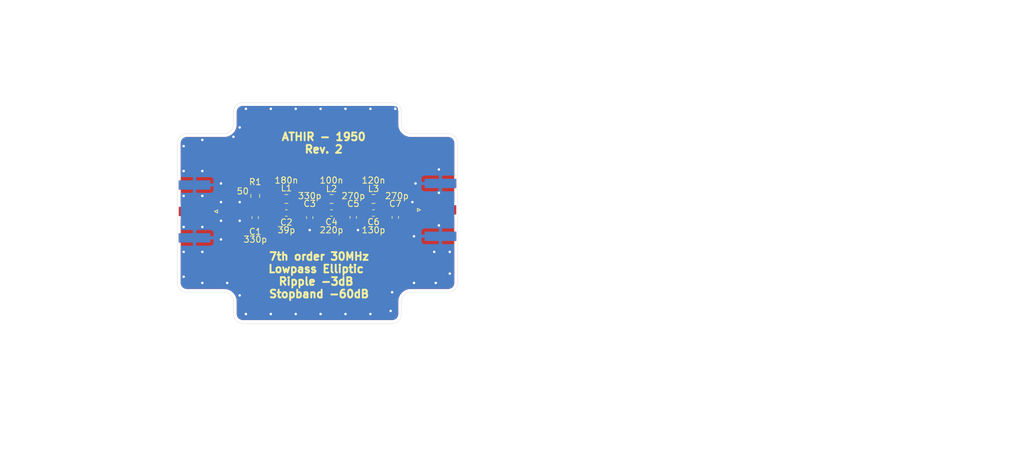
<source format=kicad_pcb>
(kicad_pcb (version 20171130) (host pcbnew "(5.1.4)-1")

  (general
    (thickness 1.6)
    (drawings 26)
    (tracks 80)
    (zones 0)
    (modules 13)
    (nets 6)
  )

  (page A4)
  (layers
    (0 F.Cu signal)
    (31 B.Cu signal)
    (32 B.Adhes user)
    (33 F.Adhes user)
    (34 B.Paste user)
    (35 F.Paste user)
    (36 B.SilkS user)
    (37 F.SilkS user)
    (38 B.Mask user)
    (39 F.Mask user)
    (40 Dwgs.User user)
    (41 Cmts.User user)
    (42 Eco1.User user)
    (43 Eco2.User user)
    (44 Edge.Cuts user)
    (45 Margin user)
    (46 B.CrtYd user)
    (47 F.CrtYd user)
    (48 B.Fab user)
    (49 F.Fab user)
  )

  (setup
    (last_trace_width 0.25)
    (trace_clearance 0.2)
    (zone_clearance 0.508)
    (zone_45_only no)
    (trace_min 0.2)
    (via_size 0.8)
    (via_drill 0.4)
    (via_min_size 0.4)
    (via_min_drill 0.3)
    (uvia_size 0.3)
    (uvia_drill 0.1)
    (uvias_allowed no)
    (uvia_min_size 0.2)
    (uvia_min_drill 0.1)
    (edge_width 0.05)
    (segment_width 0.2)
    (pcb_text_width 0.3)
    (pcb_text_size 1.5 1.5)
    (mod_edge_width 0.12)
    (mod_text_size 1 1)
    (mod_text_width 0.15)
    (pad_size 1.524 1.524)
    (pad_drill 0.762)
    (pad_to_mask_clearance 0.051)
    (solder_mask_min_width 0.25)
    (aux_axis_origin 116 95)
    (visible_elements 7FFFFFFF)
    (pcbplotparams
      (layerselection 0x010fc_ffffffff)
      (usegerberextensions true)
      (usegerberattributes false)
      (usegerberadvancedattributes false)
      (creategerberjobfile false)
      (excludeedgelayer true)
      (linewidth 0.100000)
      (plotframeref false)
      (viasonmask false)
      (mode 1)
      (useauxorigin false)
      (hpglpennumber 1)
      (hpglpenspeed 20)
      (hpglpendiameter 15.000000)
      (psnegative false)
      (psa4output false)
      (plotreference true)
      (plotvalue true)
      (plotinvisibletext false)
      (padsonsilk false)
      (subtractmaskfromsilk false)
      (outputformat 1)
      (mirror false)
      (drillshape 0)
      (scaleselection 1)
      (outputdirectory "Gerbers - Rev 2 - 1950/"))
  )

  (net 0 "")
  (net 1 GND)
  (net 2 "Net-(C1-Pad1)")
  (net 3 "Net-(C2-Pad1)")
  (net 4 "Net-(C4-Pad1)")
  (net 5 "Net-(C6-Pad1)")

  (net_class Default "This is the default net class."
    (clearance 0.2)
    (trace_width 0.25)
    (via_dia 0.8)
    (via_drill 0.4)
    (uvia_dia 0.3)
    (uvia_drill 0.1)
    (add_net GND)
    (add_net "Net-(C1-Pad1)")
    (add_net "Net-(C2-Pad1)")
    (add_net "Net-(C4-Pad1)")
    (add_net "Net-(C6-Pad1)")
  )

  (module Resistor_SMD:R_0805_2012Metric (layer F.Cu) (tedit 5B36C52B) (tstamp 5DF315FE)
    (at 128.5 110 90)
    (descr "Resistor SMD 0805 (2012 Metric), square (rectangular) end terminal, IPC_7351 nominal, (Body size source: https://docs.google.com/spreadsheets/d/1BsfQQcO9C6DZCsRaXUlFlo91Tg2WpOkGARC1WS5S8t0/edit?usp=sharing), generated with kicad-footprint-generator")
    (tags resistor)
    (path /5DC780B5)
    (attr smd)
    (fp_text reference R1 (at 2.25 0 180) (layer F.SilkS)
      (effects (font (size 1 1) (thickness 0.15)))
    )
    (fp_text value 50 (at 0.75 -2 180) (layer F.SilkS)
      (effects (font (size 1 1) (thickness 0.15)))
    )
    (fp_text user %R (at 0 0 90) (layer F.Fab)
      (effects (font (size 0.5 0.5) (thickness 0.08)))
    )
    (fp_line (start 1.68 0.95) (end -1.68 0.95) (layer F.CrtYd) (width 0.05))
    (fp_line (start 1.68 -0.95) (end 1.68 0.95) (layer F.CrtYd) (width 0.05))
    (fp_line (start -1.68 -0.95) (end 1.68 -0.95) (layer F.CrtYd) (width 0.05))
    (fp_line (start -1.68 0.95) (end -1.68 -0.95) (layer F.CrtYd) (width 0.05))
    (fp_line (start -0.258578 0.71) (end 0.258578 0.71) (layer F.SilkS) (width 0.12))
    (fp_line (start -0.258578 -0.71) (end 0.258578 -0.71) (layer F.SilkS) (width 0.12))
    (fp_line (start 1 0.6) (end -1 0.6) (layer F.Fab) (width 0.1))
    (fp_line (start 1 -0.6) (end 1 0.6) (layer F.Fab) (width 0.1))
    (fp_line (start -1 -0.6) (end 1 -0.6) (layer F.Fab) (width 0.1))
    (fp_line (start -1 0.6) (end -1 -0.6) (layer F.Fab) (width 0.1))
    (pad 2 smd roundrect (at 0.9375 0 90) (size 0.975 1.4) (layers F.Cu F.Paste F.Mask) (roundrect_rratio 0.25)
      (net 1 GND))
    (pad 1 smd roundrect (at -0.9375 0 90) (size 0.975 1.4) (layers F.Cu F.Paste F.Mask) (roundrect_rratio 0.25)
      (net 2 "Net-(C1-Pad1)"))
    (model ${KISYS3DMOD}/Resistor_SMD.3dshapes/R_0805_2012Metric.wrl
      (at (xyz 0 0 0))
      (scale (xyz 1 1 1))
      (rotate (xyz 0 0 0))
    )
  )

  (module Inductor_SMD:L_0805_2012Metric (layer F.Cu) (tedit 5B36C52B) (tstamp 5DF315ED)
    (at 147.5 110.5)
    (descr "Inductor SMD 0805 (2012 Metric), square (rectangular) end terminal, IPC_7351 nominal, (Body size source: https://docs.google.com/spreadsheets/d/1BsfQQcO9C6DZCsRaXUlFlo91Tg2WpOkGARC1WS5S8t0/edit?usp=sharing), generated with kicad-footprint-generator")
    (tags inductor)
    (path /5DC5DD2C)
    (attr smd)
    (fp_text reference L3 (at 0 -1.65) (layer F.SilkS)
      (effects (font (size 1 1) (thickness 0.15)))
    )
    (fp_text value 120n (at 0 -3) (layer F.SilkS)
      (effects (font (size 1 1) (thickness 0.15)))
    )
    (fp_text user %R (at 0 0) (layer F.Fab)
      (effects (font (size 0.5 0.5) (thickness 0.08)))
    )
    (fp_line (start 1.68 0.95) (end -1.68 0.95) (layer F.CrtYd) (width 0.05))
    (fp_line (start 1.68 -0.95) (end 1.68 0.95) (layer F.CrtYd) (width 0.05))
    (fp_line (start -1.68 -0.95) (end 1.68 -0.95) (layer F.CrtYd) (width 0.05))
    (fp_line (start -1.68 0.95) (end -1.68 -0.95) (layer F.CrtYd) (width 0.05))
    (fp_line (start -0.258578 0.71) (end 0.258578 0.71) (layer F.SilkS) (width 0.12))
    (fp_line (start -0.258578 -0.71) (end 0.258578 -0.71) (layer F.SilkS) (width 0.12))
    (fp_line (start 1 0.6) (end -1 0.6) (layer F.Fab) (width 0.1))
    (fp_line (start 1 -0.6) (end 1 0.6) (layer F.Fab) (width 0.1))
    (fp_line (start -1 -0.6) (end 1 -0.6) (layer F.Fab) (width 0.1))
    (fp_line (start -1 0.6) (end -1 -0.6) (layer F.Fab) (width 0.1))
    (pad 2 smd roundrect (at 0.9375 0) (size 0.975 1.4) (layers F.Cu F.Paste F.Mask) (roundrect_rratio 0.25)
      (net 5 "Net-(C6-Pad1)"))
    (pad 1 smd roundrect (at -0.9375 0) (size 0.975 1.4) (layers F.Cu F.Paste F.Mask) (roundrect_rratio 0.25)
      (net 4 "Net-(C4-Pad1)"))
    (model ${KISYS3DMOD}/Inductor_SMD.3dshapes/L_0805_2012Metric.wrl
      (at (xyz 0 0 0))
      (scale (xyz 1 1 1))
      (rotate (xyz 0 0 0))
    )
  )

  (module Inductor_SMD:L_0805_2012Metric (layer F.Cu) (tedit 5B36C52B) (tstamp 5DF315DC)
    (at 140.75 110.5)
    (descr "Inductor SMD 0805 (2012 Metric), square (rectangular) end terminal, IPC_7351 nominal, (Body size source: https://docs.google.com/spreadsheets/d/1BsfQQcO9C6DZCsRaXUlFlo91Tg2WpOkGARC1WS5S8t0/edit?usp=sharing), generated with kicad-footprint-generator")
    (tags inductor)
    (path /5DC5D3D8)
    (attr smd)
    (fp_text reference L2 (at 0 -1.65) (layer F.SilkS)
      (effects (font (size 1 1) (thickness 0.15)))
    )
    (fp_text value 100n (at 0 -3) (layer F.SilkS)
      (effects (font (size 1 1) (thickness 0.15)))
    )
    (fp_text user %R (at 0 0) (layer F.Fab)
      (effects (font (size 0.5 0.5) (thickness 0.08)))
    )
    (fp_line (start 1.68 0.95) (end -1.68 0.95) (layer F.CrtYd) (width 0.05))
    (fp_line (start 1.68 -0.95) (end 1.68 0.95) (layer F.CrtYd) (width 0.05))
    (fp_line (start -1.68 -0.95) (end 1.68 -0.95) (layer F.CrtYd) (width 0.05))
    (fp_line (start -1.68 0.95) (end -1.68 -0.95) (layer F.CrtYd) (width 0.05))
    (fp_line (start -0.258578 0.71) (end 0.258578 0.71) (layer F.SilkS) (width 0.12))
    (fp_line (start -0.258578 -0.71) (end 0.258578 -0.71) (layer F.SilkS) (width 0.12))
    (fp_line (start 1 0.6) (end -1 0.6) (layer F.Fab) (width 0.1))
    (fp_line (start 1 -0.6) (end 1 0.6) (layer F.Fab) (width 0.1))
    (fp_line (start -1 -0.6) (end 1 -0.6) (layer F.Fab) (width 0.1))
    (fp_line (start -1 0.6) (end -1 -0.6) (layer F.Fab) (width 0.1))
    (pad 2 smd roundrect (at 0.9375 0) (size 0.975 1.4) (layers F.Cu F.Paste F.Mask) (roundrect_rratio 0.25)
      (net 4 "Net-(C4-Pad1)"))
    (pad 1 smd roundrect (at -0.9375 0) (size 0.975 1.4) (layers F.Cu F.Paste F.Mask) (roundrect_rratio 0.25)
      (net 3 "Net-(C2-Pad1)"))
    (model ${KISYS3DMOD}/Inductor_SMD.3dshapes/L_0805_2012Metric.wrl
      (at (xyz 0 0 0))
      (scale (xyz 1 1 1))
      (rotate (xyz 0 0 0))
    )
  )

  (module Inductor_SMD:L_0805_2012Metric (layer F.Cu) (tedit 5B36C52B) (tstamp 5DF315CB)
    (at 133.5 110.5)
    (descr "Inductor SMD 0805 (2012 Metric), square (rectangular) end terminal, IPC_7351 nominal, (Body size source: https://docs.google.com/spreadsheets/d/1BsfQQcO9C6DZCsRaXUlFlo91Tg2WpOkGARC1WS5S8t0/edit?usp=sharing), generated with kicad-footprint-generator")
    (tags inductor)
    (path /5DC5CB29)
    (attr smd)
    (fp_text reference L1 (at 0 -1.75 180) (layer F.SilkS)
      (effects (font (size 1 1) (thickness 0.15)))
    )
    (fp_text value 180n (at 0 -3) (layer F.SilkS)
      (effects (font (size 1 1) (thickness 0.15)))
    )
    (fp_text user %R (at 0 0) (layer F.Fab)
      (effects (font (size 0.5 0.5) (thickness 0.08)))
    )
    (fp_line (start 1.68 0.95) (end -1.68 0.95) (layer F.CrtYd) (width 0.05))
    (fp_line (start 1.68 -0.95) (end 1.68 0.95) (layer F.CrtYd) (width 0.05))
    (fp_line (start -1.68 -0.95) (end 1.68 -0.95) (layer F.CrtYd) (width 0.05))
    (fp_line (start -1.68 0.95) (end -1.68 -0.95) (layer F.CrtYd) (width 0.05))
    (fp_line (start -0.258578 0.71) (end 0.258578 0.71) (layer F.SilkS) (width 0.12))
    (fp_line (start -0.258578 -0.71) (end 0.258578 -0.71) (layer F.SilkS) (width 0.12))
    (fp_line (start 1 0.6) (end -1 0.6) (layer F.Fab) (width 0.1))
    (fp_line (start 1 -0.6) (end 1 0.6) (layer F.Fab) (width 0.1))
    (fp_line (start -1 -0.6) (end 1 -0.6) (layer F.Fab) (width 0.1))
    (fp_line (start -1 0.6) (end -1 -0.6) (layer F.Fab) (width 0.1))
    (pad 2 smd roundrect (at 0.9375 0) (size 0.975 1.4) (layers F.Cu F.Paste F.Mask) (roundrect_rratio 0.25)
      (net 3 "Net-(C2-Pad1)"))
    (pad 1 smd roundrect (at -0.9375 0) (size 0.975 1.4) (layers F.Cu F.Paste F.Mask) (roundrect_rratio 0.25)
      (net 2 "Net-(C1-Pad1)"))
    (model ${KISYS3DMOD}/Inductor_SMD.3dshapes/L_0805_2012Metric.wrl
      (at (xyz 0 0 0))
      (scale (xyz 1 1 1))
      (rotate (xyz 0 0 0))
    )
  )

  (module Connector_Coaxial:SMA_Amphenol_132289_EdgeMount (layer F.Cu) (tedit 5A1C1810) (tstamp 5DF315BA)
    (at 158.25 112.25)
    (descr http://www.amphenolrf.com/132289.html)
    (tags SMA)
    (path /5DC71947)
    (attr smd)
    (fp_text reference J2 (at -3.96 -3 90) (layer F.SilkS) hide
      (effects (font (size 1 1) (thickness 0.15)))
    )
    (fp_text value Conn_Coaxial (at 5 6) (layer F.SilkS) hide
      (effects (font (size 1 1) (thickness 0.15)))
    )
    (fp_line (start -1.91 5.08) (end 4.445 5.08) (layer F.Fab) (width 0.1))
    (fp_line (start -1.91 3.81) (end -1.91 5.08) (layer F.Fab) (width 0.1))
    (fp_line (start 2.54 3.81) (end -1.91 3.81) (layer F.Fab) (width 0.1))
    (fp_line (start 2.54 -3.81) (end 2.54 3.81) (layer F.Fab) (width 0.1))
    (fp_line (start -1.91 -3.81) (end 2.54 -3.81) (layer F.Fab) (width 0.1))
    (fp_line (start -1.91 -5.08) (end -1.91 -3.81) (layer F.Fab) (width 0.1))
    (fp_line (start -1.91 -5.08) (end 4.445 -5.08) (layer F.Fab) (width 0.1))
    (fp_line (start 4.445 -3.81) (end 4.445 -5.08) (layer F.Fab) (width 0.1))
    (fp_line (start 4.445 5.08) (end 4.445 3.81) (layer F.Fab) (width 0.1))
    (fp_line (start 13.97 3.81) (end 4.445 3.81) (layer F.Fab) (width 0.1))
    (fp_line (start 13.97 -3.81) (end 13.97 3.81) (layer F.Fab) (width 0.1))
    (fp_line (start 4.445 -3.81) (end 13.97 -3.81) (layer F.Fab) (width 0.1))
    (fp_line (start -3.04 5.58) (end -3.04 -5.58) (layer B.CrtYd) (width 0.05))
    (fp_line (start 14.47 5.58) (end -3.04 5.58) (layer B.CrtYd) (width 0.05))
    (fp_line (start 14.47 -5.58) (end 14.47 5.58) (layer B.CrtYd) (width 0.05))
    (fp_line (start 14.47 -5.58) (end -3.04 -5.58) (layer B.CrtYd) (width 0.05))
    (fp_line (start -3.04 5.58) (end -3.04 -5.58) (layer F.CrtYd) (width 0.05))
    (fp_line (start 14.47 5.58) (end -3.04 5.58) (layer F.CrtYd) (width 0.05))
    (fp_line (start 14.47 -5.58) (end 14.47 5.58) (layer F.CrtYd) (width 0.05))
    (fp_line (start 14.47 -5.58) (end -3.04 -5.58) (layer F.CrtYd) (width 0.05))
    (fp_text user %R (at 4.79 0 270) (layer F.Fab)
      (effects (font (size 1 1) (thickness 0.15)))
    )
    (fp_line (start 2.54 -0.75) (end 3.54 0) (layer F.Fab) (width 0.1))
    (fp_line (start 3.54 0) (end 2.54 0.75) (layer F.Fab) (width 0.1))
    (fp_line (start -3.21 0) (end -3.71 -0.25) (layer F.SilkS) (width 0.12))
    (fp_line (start -3.71 -0.25) (end -3.71 0.25) (layer F.SilkS) (width 0.12))
    (fp_line (start -3.71 0.25) (end -3.21 0) (layer F.SilkS) (width 0.12))
    (pad 1 smd rect (at 0 0 90) (size 1.5 5.08) (layers F.Cu F.Paste F.Mask)
      (net 5 "Net-(C6-Pad1)"))
    (pad 2 smd rect (at 0 -4.25 90) (size 1.5 5.08) (layers F.Cu F.Paste F.Mask)
      (net 1 GND))
    (pad 2 smd rect (at 0 4.25 90) (size 1.5 5.08) (layers F.Cu F.Paste F.Mask)
      (net 1 GND))
    (pad 2 smd rect (at 0 -4.25 90) (size 1.5 5.08) (layers B.Cu B.Paste B.Mask)
      (net 1 GND))
    (pad 2 smd rect (at 0 4.25 90) (size 1.5 5.08) (layers B.Cu B.Paste B.Mask)
      (net 1 GND))
    (model ${KISYS3DMOD}/Connector_Coaxial.3dshapes/SMA_Amphenol_132289_EdgeMount.wrl
      (at (xyz 0 0 0))
      (scale (xyz 1 1 1))
      (rotate (xyz 0 0 0))
    )
    (model C:/Gits/rf-receiver/Hardware/sma4.x3d
      (offset (xyz 3.5 0 0))
      (scale (xyz 1 1 1))
      (rotate (xyz 0 0 0))
    )
  )

  (module Connector_Coaxial:SMA_Amphenol_132289_EdgeMount (layer F.Cu) (tedit 5A1C1810) (tstamp 5DF31597)
    (at 118.75 112.5 180)
    (descr http://www.amphenolrf.com/132289.html)
    (tags SMA)
    (path /5DC74032)
    (attr smd)
    (fp_text reference J1 (at -3.96 -3 90) (layer F.SilkS) hide
      (effects (font (size 1 1) (thickness 0.15)))
    )
    (fp_text value Conn_Coaxial (at 5 6) (layer F.SilkS) hide
      (effects (font (size 1 1) (thickness 0.15)))
    )
    (fp_line (start -1.91 5.08) (end 4.445 5.08) (layer F.Fab) (width 0.1))
    (fp_line (start -1.91 3.81) (end -1.91 5.08) (layer F.Fab) (width 0.1))
    (fp_line (start 2.54 3.81) (end -1.91 3.81) (layer F.Fab) (width 0.1))
    (fp_line (start 2.54 -3.81) (end 2.54 3.81) (layer F.Fab) (width 0.1))
    (fp_line (start -1.91 -3.81) (end 2.54 -3.81) (layer F.Fab) (width 0.1))
    (fp_line (start -1.91 -5.08) (end -1.91 -3.81) (layer F.Fab) (width 0.1))
    (fp_line (start -1.91 -5.08) (end 4.445 -5.08) (layer F.Fab) (width 0.1))
    (fp_line (start 4.445 -3.81) (end 4.445 -5.08) (layer F.Fab) (width 0.1))
    (fp_line (start 4.445 5.08) (end 4.445 3.81) (layer F.Fab) (width 0.1))
    (fp_line (start 13.97 3.81) (end 4.445 3.81) (layer F.Fab) (width 0.1))
    (fp_line (start 13.97 -3.81) (end 13.97 3.81) (layer F.Fab) (width 0.1))
    (fp_line (start 4.445 -3.81) (end 13.97 -3.81) (layer F.Fab) (width 0.1))
    (fp_line (start -3.04 5.58) (end -3.04 -5.58) (layer B.CrtYd) (width 0.05))
    (fp_line (start 14.47 5.58) (end -3.04 5.58) (layer B.CrtYd) (width 0.05))
    (fp_line (start 14.47 -5.58) (end 14.47 5.58) (layer B.CrtYd) (width 0.05))
    (fp_line (start 14.47 -5.58) (end -3.04 -5.58) (layer B.CrtYd) (width 0.05))
    (fp_line (start -3.04 5.58) (end -3.04 -5.58) (layer F.CrtYd) (width 0.05))
    (fp_line (start 14.47 5.58) (end -3.04 5.58) (layer F.CrtYd) (width 0.05))
    (fp_line (start 14.47 -5.58) (end 14.47 5.58) (layer F.CrtYd) (width 0.05))
    (fp_line (start 14.47 -5.58) (end -3.04 -5.58) (layer F.CrtYd) (width 0.05))
    (fp_text user %R (at 4.79 0 270) (layer F.Fab)
      (effects (font (size 1 1) (thickness 0.15)))
    )
    (fp_line (start 2.54 -0.75) (end 3.54 0) (layer F.Fab) (width 0.1))
    (fp_line (start 3.54 0) (end 2.54 0.75) (layer F.Fab) (width 0.1))
    (fp_line (start -3.21 0) (end -3.71 -0.25) (layer F.SilkS) (width 0.12))
    (fp_line (start -3.71 -0.25) (end -3.71 0.25) (layer F.SilkS) (width 0.12))
    (fp_line (start -3.71 0.25) (end -3.21 0) (layer F.SilkS) (width 0.12))
    (pad 1 smd rect (at 0 0 270) (size 1.5 5.08) (layers F.Cu F.Paste F.Mask)
      (net 2 "Net-(C1-Pad1)"))
    (pad 2 smd rect (at 0 -4.25 270) (size 1.5 5.08) (layers F.Cu F.Paste F.Mask)
      (net 1 GND))
    (pad 2 smd rect (at 0 4.25 270) (size 1.5 5.08) (layers F.Cu F.Paste F.Mask)
      (net 1 GND))
    (pad 2 smd rect (at 0 -4.25 270) (size 1.5 5.08) (layers B.Cu B.Paste B.Mask)
      (net 1 GND))
    (pad 2 smd rect (at 0 4.25 270) (size 1.5 5.08) (layers B.Cu B.Paste B.Mask)
      (net 1 GND))
    (model ${KISYS3DMOD}/Connector_Coaxial.3dshapes/SMA_Amphenol_132289_EdgeMount.wrl
      (at (xyz 0 0 0))
      (scale (xyz 1 1 1))
      (rotate (xyz 0 0 0))
    )
    (model C:/Gits/rf-receiver/Hardware/sma4.x3d
      (offset (xyz 3.5 0 0))
      (scale (xyz 1 1 1))
      (rotate (xyz 0 0 0))
    )
  )

  (module Capacitor_SMD:C_0603_1608Metric (layer F.Cu) (tedit 5B301BBE) (tstamp 5DF31E13)
    (at 151 113.4625 270)
    (descr "Capacitor SMD 0603 (1608 Metric), square (rectangular) end terminal, IPC_7351 nominal, (Body size source: http://www.tortai-tech.com/upload/download/2011102023233369053.pdf), generated with kicad-footprint-generator")
    (tags capacitor)
    (path /5DC61695)
    (attr smd)
    (fp_text reference C7 (at -2.2125 0 180) (layer F.SilkS)
      (effects (font (size 1 1) (thickness 0.15)))
    )
    (fp_text value 270p (at -3.4625 -0.25 180) (layer F.SilkS)
      (effects (font (size 1 1) (thickness 0.15)))
    )
    (fp_text user %R (at 0 0 90) (layer F.Fab)
      (effects (font (size 0.4 0.4) (thickness 0.06)))
    )
    (fp_line (start 1.48 0.73) (end -1.48 0.73) (layer F.CrtYd) (width 0.05))
    (fp_line (start 1.48 -0.73) (end 1.48 0.73) (layer F.CrtYd) (width 0.05))
    (fp_line (start -1.48 -0.73) (end 1.48 -0.73) (layer F.CrtYd) (width 0.05))
    (fp_line (start -1.48 0.73) (end -1.48 -0.73) (layer F.CrtYd) (width 0.05))
    (fp_line (start -0.162779 0.51) (end 0.162779 0.51) (layer F.SilkS) (width 0.12))
    (fp_line (start -0.162779 -0.51) (end 0.162779 -0.51) (layer F.SilkS) (width 0.12))
    (fp_line (start 0.8 0.4) (end -0.8 0.4) (layer F.Fab) (width 0.1))
    (fp_line (start 0.8 -0.4) (end 0.8 0.4) (layer F.Fab) (width 0.1))
    (fp_line (start -0.8 -0.4) (end 0.8 -0.4) (layer F.Fab) (width 0.1))
    (fp_line (start -0.8 0.4) (end -0.8 -0.4) (layer F.Fab) (width 0.1))
    (pad 2 smd roundrect (at 0.7875 0 270) (size 0.875 0.95) (layers F.Cu F.Paste F.Mask) (roundrect_rratio 0.25)
      (net 1 GND))
    (pad 1 smd roundrect (at -0.7875 0 270) (size 0.875 0.95) (layers F.Cu F.Paste F.Mask) (roundrect_rratio 0.25)
      (net 5 "Net-(C6-Pad1)"))
    (model ${KISYS3DMOD}/Capacitor_SMD.3dshapes/C_0603_1608Metric.wrl
      (at (xyz 0 0 0))
      (scale (xyz 1 1 1))
      (rotate (xyz 0 0 0))
    )
  )

  (module Capacitor_SMD:C_0603_1608Metric (layer F.Cu) (tedit 5B301BBE) (tstamp 5DF31563)
    (at 147.5 112.75 180)
    (descr "Capacitor SMD 0603 (1608 Metric), square (rectangular) end terminal, IPC_7351 nominal, (Body size source: http://www.tortai-tech.com/upload/download/2011102023233369053.pdf), generated with kicad-footprint-generator")
    (tags capacitor)
    (path /5DC607FE)
    (attr smd)
    (fp_text reference C6 (at 0 -1.43) (layer F.SilkS)
      (effects (font (size 1 1) (thickness 0.15)))
    )
    (fp_text value 130p (at 0 -2.75) (layer F.SilkS)
      (effects (font (size 1 1) (thickness 0.15)))
    )
    (fp_text user %R (at 0 0) (layer F.Fab)
      (effects (font (size 0.4 0.4) (thickness 0.06)))
    )
    (fp_line (start 1.48 0.73) (end -1.48 0.73) (layer F.CrtYd) (width 0.05))
    (fp_line (start 1.48 -0.73) (end 1.48 0.73) (layer F.CrtYd) (width 0.05))
    (fp_line (start -1.48 -0.73) (end 1.48 -0.73) (layer F.CrtYd) (width 0.05))
    (fp_line (start -1.48 0.73) (end -1.48 -0.73) (layer F.CrtYd) (width 0.05))
    (fp_line (start -0.162779 0.51) (end 0.162779 0.51) (layer F.SilkS) (width 0.12))
    (fp_line (start -0.162779 -0.51) (end 0.162779 -0.51) (layer F.SilkS) (width 0.12))
    (fp_line (start 0.8 0.4) (end -0.8 0.4) (layer F.Fab) (width 0.1))
    (fp_line (start 0.8 -0.4) (end 0.8 0.4) (layer F.Fab) (width 0.1))
    (fp_line (start -0.8 -0.4) (end 0.8 -0.4) (layer F.Fab) (width 0.1))
    (fp_line (start -0.8 0.4) (end -0.8 -0.4) (layer F.Fab) (width 0.1))
    (pad 2 smd roundrect (at 0.7875 0 180) (size 0.875 0.95) (layers F.Cu F.Paste F.Mask) (roundrect_rratio 0.25)
      (net 4 "Net-(C4-Pad1)"))
    (pad 1 smd roundrect (at -0.7875 0 180) (size 0.875 0.95) (layers F.Cu F.Paste F.Mask) (roundrect_rratio 0.25)
      (net 5 "Net-(C6-Pad1)"))
    (model ${KISYS3DMOD}/Capacitor_SMD.3dshapes/C_0603_1608Metric.wrl
      (at (xyz 0 0 0))
      (scale (xyz 1 1 1))
      (rotate (xyz 0 0 0))
    )
  )

  (module Capacitor_SMD:C_0603_1608Metric (layer F.Cu) (tedit 5B301BBE) (tstamp 5DF31552)
    (at 144.25 113.4625 270)
    (descr "Capacitor SMD 0603 (1608 Metric), square (rectangular) end terminal, IPC_7351 nominal, (Body size source: http://www.tortai-tech.com/upload/download/2011102023233369053.pdf), generated with kicad-footprint-generator")
    (tags capacitor)
    (path /5DC61096)
    (attr smd)
    (fp_text reference C5 (at -2.2125 0 180) (layer F.SilkS)
      (effects (font (size 1 1) (thickness 0.15)))
    )
    (fp_text value 270p (at -3.4625 0 180) (layer F.SilkS)
      (effects (font (size 1 1) (thickness 0.15)))
    )
    (fp_text user %R (at 0 0 90) (layer F.Fab)
      (effects (font (size 0.4 0.4) (thickness 0.06)))
    )
    (fp_line (start 1.48 0.73) (end -1.48 0.73) (layer F.CrtYd) (width 0.05))
    (fp_line (start 1.48 -0.73) (end 1.48 0.73) (layer F.CrtYd) (width 0.05))
    (fp_line (start -1.48 -0.73) (end 1.48 -0.73) (layer F.CrtYd) (width 0.05))
    (fp_line (start -1.48 0.73) (end -1.48 -0.73) (layer F.CrtYd) (width 0.05))
    (fp_line (start -0.162779 0.51) (end 0.162779 0.51) (layer F.SilkS) (width 0.12))
    (fp_line (start -0.162779 -0.51) (end 0.162779 -0.51) (layer F.SilkS) (width 0.12))
    (fp_line (start 0.8 0.4) (end -0.8 0.4) (layer F.Fab) (width 0.1))
    (fp_line (start 0.8 -0.4) (end 0.8 0.4) (layer F.Fab) (width 0.1))
    (fp_line (start -0.8 -0.4) (end 0.8 -0.4) (layer F.Fab) (width 0.1))
    (fp_line (start -0.8 0.4) (end -0.8 -0.4) (layer F.Fab) (width 0.1))
    (pad 2 smd roundrect (at 0.7875 0 270) (size 0.875 0.95) (layers F.Cu F.Paste F.Mask) (roundrect_rratio 0.25)
      (net 1 GND))
    (pad 1 smd roundrect (at -0.7875 0 270) (size 0.875 0.95) (layers F.Cu F.Paste F.Mask) (roundrect_rratio 0.25)
      (net 4 "Net-(C4-Pad1)"))
    (model ${KISYS3DMOD}/Capacitor_SMD.3dshapes/C_0603_1608Metric.wrl
      (at (xyz 0 0 0))
      (scale (xyz 1 1 1))
      (rotate (xyz 0 0 0))
    )
  )

  (module Capacitor_SMD:C_0603_1608Metric (layer F.Cu) (tedit 5B301BBE) (tstamp 5DF31541)
    (at 140.75 112.75 180)
    (descr "Capacitor SMD 0603 (1608 Metric), square (rectangular) end terminal, IPC_7351 nominal, (Body size source: http://www.tortai-tech.com/upload/download/2011102023233369053.pdf), generated with kicad-footprint-generator")
    (tags capacitor)
    (path /5DC600B4)
    (attr smd)
    (fp_text reference C4 (at 0 -1.43) (layer F.SilkS)
      (effects (font (size 1 1) (thickness 0.15)))
    )
    (fp_text value 220p (at 0 -2.75) (layer F.SilkS)
      (effects (font (size 1 1) (thickness 0.15)))
    )
    (fp_text user %R (at 0 0) (layer F.Fab)
      (effects (font (size 0.4 0.4) (thickness 0.06)))
    )
    (fp_line (start 1.48 0.73) (end -1.48 0.73) (layer F.CrtYd) (width 0.05))
    (fp_line (start 1.48 -0.73) (end 1.48 0.73) (layer F.CrtYd) (width 0.05))
    (fp_line (start -1.48 -0.73) (end 1.48 -0.73) (layer F.CrtYd) (width 0.05))
    (fp_line (start -1.48 0.73) (end -1.48 -0.73) (layer F.CrtYd) (width 0.05))
    (fp_line (start -0.162779 0.51) (end 0.162779 0.51) (layer F.SilkS) (width 0.12))
    (fp_line (start -0.162779 -0.51) (end 0.162779 -0.51) (layer F.SilkS) (width 0.12))
    (fp_line (start 0.8 0.4) (end -0.8 0.4) (layer F.Fab) (width 0.1))
    (fp_line (start 0.8 -0.4) (end 0.8 0.4) (layer F.Fab) (width 0.1))
    (fp_line (start -0.8 -0.4) (end 0.8 -0.4) (layer F.Fab) (width 0.1))
    (fp_line (start -0.8 0.4) (end -0.8 -0.4) (layer F.Fab) (width 0.1))
    (pad 2 smd roundrect (at 0.7875 0 180) (size 0.875 0.95) (layers F.Cu F.Paste F.Mask) (roundrect_rratio 0.25)
      (net 3 "Net-(C2-Pad1)"))
    (pad 1 smd roundrect (at -0.7875 0 180) (size 0.875 0.95) (layers F.Cu F.Paste F.Mask) (roundrect_rratio 0.25)
      (net 4 "Net-(C4-Pad1)"))
    (model ${KISYS3DMOD}/Capacitor_SMD.3dshapes/C_0603_1608Metric.wrl
      (at (xyz 0 0 0))
      (scale (xyz 1 1 1))
      (rotate (xyz 0 0 0))
    )
  )

  (module Capacitor_SMD:C_0603_1608Metric (layer F.Cu) (tedit 5B301BBE) (tstamp 5DF31530)
    (at 137.25 113.5 270)
    (descr "Capacitor SMD 0603 (1608 Metric), square (rectangular) end terminal, IPC_7351 nominal, (Body size source: http://www.tortai-tech.com/upload/download/2011102023233369053.pdf), generated with kicad-footprint-generator")
    (tags capacitor)
    (path /5DC5EB71)
    (attr smd)
    (fp_text reference C3 (at -2.25 0 180) (layer F.SilkS)
      (effects (font (size 1 1) (thickness 0.15)))
    )
    (fp_text value 330p (at -3.5 0 180) (layer F.SilkS)
      (effects (font (size 1 1) (thickness 0.15)))
    )
    (fp_text user %R (at 0 0 90) (layer F.Fab)
      (effects (font (size 0.4 0.4) (thickness 0.06)))
    )
    (fp_line (start 1.48 0.73) (end -1.48 0.73) (layer F.CrtYd) (width 0.05))
    (fp_line (start 1.48 -0.73) (end 1.48 0.73) (layer F.CrtYd) (width 0.05))
    (fp_line (start -1.48 -0.73) (end 1.48 -0.73) (layer F.CrtYd) (width 0.05))
    (fp_line (start -1.48 0.73) (end -1.48 -0.73) (layer F.CrtYd) (width 0.05))
    (fp_line (start -0.162779 0.51) (end 0.162779 0.51) (layer F.SilkS) (width 0.12))
    (fp_line (start -0.162779 -0.51) (end 0.162779 -0.51) (layer F.SilkS) (width 0.12))
    (fp_line (start 0.8 0.4) (end -0.8 0.4) (layer F.Fab) (width 0.1))
    (fp_line (start 0.8 -0.4) (end 0.8 0.4) (layer F.Fab) (width 0.1))
    (fp_line (start -0.8 -0.4) (end 0.8 -0.4) (layer F.Fab) (width 0.1))
    (fp_line (start -0.8 0.4) (end -0.8 -0.4) (layer F.Fab) (width 0.1))
    (pad 2 smd roundrect (at 0.7875 0 270) (size 0.875 0.95) (layers F.Cu F.Paste F.Mask) (roundrect_rratio 0.25)
      (net 1 GND))
    (pad 1 smd roundrect (at -0.7875 0 270) (size 0.875 0.95) (layers F.Cu F.Paste F.Mask) (roundrect_rratio 0.25)
      (net 3 "Net-(C2-Pad1)"))
    (model ${KISYS3DMOD}/Capacitor_SMD.3dshapes/C_0603_1608Metric.wrl
      (at (xyz 0 0 0))
      (scale (xyz 1 1 1))
      (rotate (xyz 0 0 0))
    )
  )

  (module Capacitor_SMD:C_0603_1608Metric (layer F.Cu) (tedit 5B301BBE) (tstamp 5DF3151F)
    (at 133.5 112.75 180)
    (descr "Capacitor SMD 0603 (1608 Metric), square (rectangular) end terminal, IPC_7351 nominal, (Body size source: http://www.tortai-tech.com/upload/download/2011102023233369053.pdf), generated with kicad-footprint-generator")
    (tags capacitor)
    (path /5DC5FC3B)
    (attr smd)
    (fp_text reference C2 (at 0 -1.5) (layer F.SilkS)
      (effects (font (size 1 1) (thickness 0.15)))
    )
    (fp_text value 39p (at 0 -2.75) (layer F.SilkS)
      (effects (font (size 1 1) (thickness 0.15)))
    )
    (fp_text user %R (at 0 0) (layer F.Fab)
      (effects (font (size 0.4 0.4) (thickness 0.06)))
    )
    (fp_line (start 1.48 0.73) (end -1.48 0.73) (layer F.CrtYd) (width 0.05))
    (fp_line (start 1.48 -0.73) (end 1.48 0.73) (layer F.CrtYd) (width 0.05))
    (fp_line (start -1.48 -0.73) (end 1.48 -0.73) (layer F.CrtYd) (width 0.05))
    (fp_line (start -1.48 0.73) (end -1.48 -0.73) (layer F.CrtYd) (width 0.05))
    (fp_line (start -0.162779 0.51) (end 0.162779 0.51) (layer F.SilkS) (width 0.12))
    (fp_line (start -0.162779 -0.51) (end 0.162779 -0.51) (layer F.SilkS) (width 0.12))
    (fp_line (start 0.8 0.4) (end -0.8 0.4) (layer F.Fab) (width 0.1))
    (fp_line (start 0.8 -0.4) (end 0.8 0.4) (layer F.Fab) (width 0.1))
    (fp_line (start -0.8 -0.4) (end 0.8 -0.4) (layer F.Fab) (width 0.1))
    (fp_line (start -0.8 0.4) (end -0.8 -0.4) (layer F.Fab) (width 0.1))
    (pad 2 smd roundrect (at 0.7875 0 180) (size 0.875 0.95) (layers F.Cu F.Paste F.Mask) (roundrect_rratio 0.25)
      (net 2 "Net-(C1-Pad1)"))
    (pad 1 smd roundrect (at -0.7875 0 180) (size 0.875 0.95) (layers F.Cu F.Paste F.Mask) (roundrect_rratio 0.25)
      (net 3 "Net-(C2-Pad1)"))
    (model ${KISYS3DMOD}/Capacitor_SMD.3dshapes/C_0603_1608Metric.wrl
      (at (xyz 0 0 0))
      (scale (xyz 1 1 1))
      (rotate (xyz 0 0 0))
    )
  )

  (module Capacitor_SMD:C_0603_1608Metric (layer F.Cu) (tedit 5B301BBE) (tstamp 5DF3150E)
    (at 128.5 113.5 270)
    (descr "Capacitor SMD 0603 (1608 Metric), square (rectangular) end terminal, IPC_7351 nominal, (Body size source: http://www.tortai-tech.com/upload/download/2011102023233369053.pdf), generated with kicad-footprint-generator")
    (tags capacitor)
    (path /5DC5F708)
    (attr smd)
    (fp_text reference C1 (at 2.25 0 180) (layer F.SilkS)
      (effects (font (size 1 1) (thickness 0.15)))
    )
    (fp_text value 330p (at 3.5 0 180) (layer F.SilkS)
      (effects (font (size 1 1) (thickness 0.15)))
    )
    (fp_text user %R (at 0 0 90) (layer F.Fab)
      (effects (font (size 0.4 0.4) (thickness 0.06)))
    )
    (fp_line (start 1.48 0.73) (end -1.48 0.73) (layer F.CrtYd) (width 0.05))
    (fp_line (start 1.48 -0.73) (end 1.48 0.73) (layer F.CrtYd) (width 0.05))
    (fp_line (start -1.48 -0.73) (end 1.48 -0.73) (layer F.CrtYd) (width 0.05))
    (fp_line (start -1.48 0.73) (end -1.48 -0.73) (layer F.CrtYd) (width 0.05))
    (fp_line (start -0.162779 0.51) (end 0.162779 0.51) (layer F.SilkS) (width 0.12))
    (fp_line (start -0.162779 -0.51) (end 0.162779 -0.51) (layer F.SilkS) (width 0.12))
    (fp_line (start 0.8 0.4) (end -0.8 0.4) (layer F.Fab) (width 0.1))
    (fp_line (start 0.8 -0.4) (end 0.8 0.4) (layer F.Fab) (width 0.1))
    (fp_line (start -0.8 -0.4) (end 0.8 -0.4) (layer F.Fab) (width 0.1))
    (fp_line (start -0.8 0.4) (end -0.8 -0.4) (layer F.Fab) (width 0.1))
    (pad 2 smd roundrect (at 0.7875 0 270) (size 0.875 0.95) (layers F.Cu F.Paste F.Mask) (roundrect_rratio 0.25)
      (net 1 GND))
    (pad 1 smd roundrect (at -0.7875 0 270) (size 0.875 0.95) (layers F.Cu F.Paste F.Mask) (roundrect_rratio 0.25)
      (net 2 "Net-(C1-Pad1)"))
    (model ${KISYS3DMOD}/Capacitor_SMD.3dshapes/C_0603_1608Metric.wrl
      (at (xyz 0 0 0))
      (scale (xyz 1 1 1))
      (rotate (xyz 0 0 0))
    )
  )

  (gr_text "7th order 30MHz\nLowpass Elliptic \nRipple -3dB \nStopband -60dB" (at 138.75 122.75) (layer F.SilkS) (tstamp 5DF32BC7)
    (effects (font (size 1.25 1.25) (thickness 0.3)))
  )
  (gr_text "ATHIR - 1950\nRev. 2" (at 139.5 101.5) (layer F.SilkS)
    (effects (font (size 1.25 1.25) (thickness 0.3)))
  )
  (gr_line (start 117.5 125.5) (end 123.5 125.5) (layer Edge.Cuts) (width 0.05) (tstamp 5CD59458))
  (gr_arc (start 117.5 124) (end 116 124) (angle -90) (layer Edge.Cuts) (width 0.05) (tstamp 5CD59457))
  (gr_arc (start 126.5 129) (end 125 129) (angle -90) (layer Edge.Cuts) (width 0.05) (tstamp 5CD59456))
  (gr_line (start 125 129) (end 125 127) (layer Edge.Cuts) (width 0.05) (tstamp 5CD59455))
  (gr_arc (start 123.5 127) (end 125 127) (angle -90) (layer Edge.Cuts) (width 0.05) (tstamp 5CD59454))
  (gr_arc (start 159.5 124) (end 159.5 125.5) (angle -90) (layer Edge.Cuts) (width 0.05) (tstamp 5CD59439))
  (gr_line (start 153.5 125.5) (end 159.5 125.5) (layer Edge.Cuts) (width 0.05) (tstamp 5CD59438))
  (gr_arc (start 150.5 129) (end 150.5 130.5) (angle -90) (layer Edge.Cuts) (width 0.05) (tstamp 5CD59437))
  (gr_line (start 152 129) (end 152 127) (layer Edge.Cuts) (width 0.05) (tstamp 5CD59436))
  (gr_line (start 150.5 130.5) (end 126.5 130.5) (layer Edge.Cuts) (width 0.05) (tstamp 5CD59435))
  (gr_arc (start 153.5 127) (end 153.5 125.5) (angle -90) (layer Edge.Cuts) (width 0.05) (tstamp 5CD59434))
  (gr_arc (start 117.5 101.5) (end 117.5 100) (angle -90) (layer Edge.Cuts) (width 0.05) (tstamp 5CD59423))
  (gr_line (start 159.5 100) (end 153.5 100) (layer Edge.Cuts) (width 0.05) (tstamp 5CD5941F))
  (gr_arc (start 159.5 101.5) (end 161 101.5) (angle -90) (layer Edge.Cuts) (width 0.05) (tstamp 5CD59415))
  (gr_arc (start 126.5 96.5) (end 126.5 95) (angle -90) (layer Edge.Cuts) (width 0.05) (tstamp 5CD59393))
  (gr_line (start 125 96.5) (end 125 98.5) (layer Edge.Cuts) (width 0.05) (tstamp 5CD59392))
  (gr_arc (start 123.5 98.5) (end 123.5 100) (angle -90) (layer Edge.Cuts) (width 0.05) (tstamp 5CD593DF))
  (gr_line (start 152 96.5) (end 152 98.5) (layer Edge.Cuts) (width 0.05) (tstamp 5CD5938D))
  (gr_arc (start 150.5 96.5) (end 152 96.5) (angle -90) (layer Edge.Cuts) (width 0.05) (tstamp 5CD59382))
  (gr_line (start 123.5 100) (end 117.5 100) (layer Edge.Cuts) (width 0.05) (tstamp 5CD5937B))
  (gr_arc (start 153.5 98.5) (end 152 98.5) (angle -90) (layer Edge.Cuts) (width 0.05) (tstamp 5CD45E0B))
  (gr_line (start 116 124) (end 116 101.5) (layer Edge.Cuts) (width 0.05) (tstamp 5CD45979))
  (gr_line (start 161 101.5) (end 161 124) (layer Edge.Cuts) (width 0.05))
  (gr_line (start 126.5 95) (end 150.5 95) (layer Edge.Cuts) (width 0.05))

  (via (at 147 129) (size 0.8) (drill 0.4) (layers F.Cu B.Cu) (net 1))
  (via (at 143 129) (size 0.8) (drill 0.4) (layers F.Cu B.Cu) (net 1))
  (via (at 139 129) (size 0.8) (drill 0.4) (layers F.Cu B.Cu) (net 1))
  (via (at 135 129) (size 0.8) (drill 0.4) (layers F.Cu B.Cu) (net 1))
  (via (at 131 129) (size 0.8) (drill 0.4) (layers F.Cu B.Cu) (net 1))
  (via (at 127 129) (size 0.8) (drill 0.4) (layers F.Cu B.Cu) (net 1))
  (via (at 126 126) (size 0.8) (drill 0.4) (layers F.Cu B.Cu) (net 1))
  (via (at 124 124) (size 0.8) (drill 0.4) (layers F.Cu B.Cu) (net 1))
  (via (at 120 124) (size 0.8) (drill 0.4) (layers F.Cu B.Cu) (net 1))
  (via (at 117 123) (size 0.8) (drill 0.4) (layers F.Cu B.Cu) (net 1))
  (via (at 117 119) (size 0.8) (drill 0.4) (layers F.Cu B.Cu) (net 1))
  (via (at 120 119) (size 0.8) (drill 0.4) (layers F.Cu B.Cu) (net 1))
  (via (at 123 117) (size 0.8) (drill 0.4) (layers F.Cu B.Cu) (net 1))
  (via (at 123 114) (size 0.8) (drill 0.4) (layers F.Cu B.Cu) (net 1))
  (via (at 126 114) (size 0.8) (drill 0.4) (layers F.Cu B.Cu) (net 1))
  (via (at 126 111) (size 0.8) (drill 0.4) (layers F.Cu B.Cu) (net 1))
  (via (at 123 111) (size 0.8) (drill 0.4) (layers F.Cu B.Cu) (net 1))
  (via (at 123 108) (size 0.8) (drill 0.4) (layers F.Cu B.Cu) (net 1))
  (via (at 120 106) (size 0.8) (drill 0.4) (layers F.Cu B.Cu) (net 1))
  (via (at 117 106) (size 0.8) (drill 0.4) (layers F.Cu B.Cu) (net 1))
  (via (at 117 102) (size 0.8) (drill 0.4) (layers F.Cu B.Cu) (net 1))
  (via (at 120 101) (size 0.8) (drill 0.4) (layers F.Cu B.Cu) (net 1))
  (via (at 125 100.5) (size 0.8) (drill 0.4) (layers F.Cu B.Cu) (net 1))
  (via (at 126 99) (size 0.8) (drill 0.4) (layers F.Cu B.Cu) (net 1))
  (via (at 127 96) (size 0.8) (drill 0.4) (layers F.Cu B.Cu) (net 1))
  (via (at 131 96) (size 0.8) (drill 0.4) (layers F.Cu B.Cu) (net 1))
  (via (at 135 96) (size 0.8) (drill 0.4) (layers F.Cu B.Cu) (net 1))
  (via (at 139 96) (size 0.8) (drill 0.4) (layers F.Cu B.Cu) (net 1))
  (via (at 143 96) (size 0.8) (drill 0.4) (layers F.Cu B.Cu) (net 1))
  (via (at 147 96) (size 0.8) (drill 0.4) (layers F.Cu B.Cu) (net 1))
  (via (at 151 96) (size 0.8) (drill 0.4) (layers F.Cu B.Cu) (net 1))
  (via (at 153.75 111) (size 0.8) (drill 0.4) (layers F.Cu B.Cu) (net 1))
  (via (at 145 115.5) (size 0.8) (drill 0.4) (layers F.Cu B.Cu) (net 1))
  (via (at 137.25 115.5) (size 0.8) (drill 0.4) (layers F.Cu B.Cu) (net 1))
  (via (at 117 115) (size 0.8) (drill 0.4) (layers F.Cu B.Cu) (net 1))
  (via (at 120 115) (size 0.8) (drill 0.4) (layers F.Cu B.Cu) (net 1))
  (via (at 120 110) (size 0.8) (drill 0.4) (layers F.Cu B.Cu) (net 1))
  (via (at 117 110) (size 0.8) (drill 0.4) (layers F.Cu B.Cu) (net 1))
  (via (at 150.25 128.5) (size 0.8) (drill 0.4) (layers F.Cu B.Cu) (net 1))
  (via (at 150.5 125.5) (size 0.8) (drill 0.4) (layers F.Cu B.Cu) (net 1))
  (via (at 154 124) (size 0.8) (drill 0.4) (layers F.Cu B.Cu) (net 1))
  (via (at 157.5 124) (size 0.8) (drill 0.4) (layers F.Cu B.Cu) (net 1))
  (via (at 159.75 122.5) (size 0.8) (drill 0.4) (layers F.Cu B.Cu) (net 1))
  (via (at 159.75 119) (size 0.8) (drill 0.4) (layers F.Cu B.Cu) (net 1))
  (via (at 157.25 119) (size 0.8) (drill 0.4) (layers F.Cu B.Cu) (net 1))
  (via (at 158 114.75) (size 0.8) (drill 0.4) (layers F.Cu B.Cu) (net 1))
  (via (at 158 109.5) (size 0.8) (drill 0.4) (layers F.Cu B.Cu) (net 1))
  (via (at 154 116.5) (size 0.8) (drill 0.4) (layers F.Cu B.Cu) (net 1))
  (via (at 154.25 108) (size 0.8) (drill 0.4) (layers F.Cu B.Cu) (net 1))
  (via (at 158 105.75) (size 0.8) (drill 0.4) (layers F.Cu B.Cu) (net 1))
  (segment (start 118.9625 112.7125) (end 128.5 112.7125) (width 0.25) (layer F.Cu) (net 2))
  (segment (start 118.5 112.5) (end 118.75 112.5) (width 0.25) (layer F.Cu) (net 2))
  (segment (start 118.75 112.5) (end 118.9625 112.7125) (width 0.25) (layer F.Cu) (net 2))
  (segment (start 128.5 110.9375) (end 128.5 112.7125) (width 0.25) (layer F.Cu) (net 2))
  (segment (start 132.7125 110.65) (end 132.5625 110.5) (width 0.25) (layer F.Cu) (net 2))
  (segment (start 132.7125 112.75) (end 132.7125 110.65) (width 0.25) (layer F.Cu) (net 2))
  (segment (start 128.9375 110.5) (end 128.5 110.9375) (width 0.25) (layer F.Cu) (net 2))
  (segment (start 132.5625 110.5) (end 128.9375 110.5) (width 0.25) (layer F.Cu) (net 2))
  (segment (start 134.4375 112.6) (end 134.2875 112.75) (width 0.25) (layer F.Cu) (net 3))
  (segment (start 134.4375 110.5) (end 134.4375 112.6) (width 0.25) (layer F.Cu) (net 3))
  (segment (start 137.2125 112.75) (end 137.25 112.7125) (width 0.25) (layer F.Cu) (net 3))
  (segment (start 134.2875 112.75) (end 137.2125 112.75) (width 0.25) (layer F.Cu) (net 3))
  (segment (start 137.2875 112.75) (end 137.25 112.7125) (width 0.25) (layer F.Cu) (net 3))
  (segment (start 139.9625 112.75) (end 137.2875 112.75) (width 0.25) (layer F.Cu) (net 3))
  (segment (start 139.8125 112.6) (end 139.9625 112.75) (width 0.25) (layer F.Cu) (net 3))
  (segment (start 139.8125 110.5) (end 139.8125 112.6) (width 0.25) (layer F.Cu) (net 3))
  (segment (start 141.5375 110.65) (end 141.6875 110.5) (width 0.25) (layer F.Cu) (net 4))
  (segment (start 141.5375 112.75) (end 141.5375 110.65) (width 0.25) (layer F.Cu) (net 4))
  (segment (start 144.175 112.75) (end 144.25 112.675) (width 0.25) (layer F.Cu) (net 4))
  (segment (start 141.5375 112.75) (end 144.175 112.75) (width 0.25) (layer F.Cu) (net 4))
  (segment (start 146.6375 112.675) (end 146.7125 112.75) (width 0.25) (layer F.Cu) (net 4))
  (segment (start 144.25 112.675) (end 146.6375 112.675) (width 0.25) (layer F.Cu) (net 4))
  (segment (start 146.5625 112.6) (end 146.7125 112.75) (width 0.25) (layer F.Cu) (net 4))
  (segment (start 146.5625 110.5) (end 146.5625 112.6) (width 0.25) (layer F.Cu) (net 4))
  (segment (start 148.4375 112.6) (end 148.2875 112.75) (width 0.25) (layer F.Cu) (net 5))
  (segment (start 148.4375 110.5) (end 148.4375 112.6) (width 0.25) (layer F.Cu) (net 5))
  (segment (start 150.925 112.75) (end 151 112.675) (width 0.25) (layer F.Cu) (net 5))
  (segment (start 148.2875 112.75) (end 150.925 112.75) (width 0.25) (layer F.Cu) (net 5))
  (segment (start 157.575 112.675) (end 158 112.25) (width 0.25) (layer F.Cu) (net 5))
  (segment (start 151 112.675) (end 157.575 112.675) (width 0.25) (layer F.Cu) (net 5))

  (zone (net 1) (net_name GND) (layer F.Cu) (tstamp 5DF32C64) (hatch edge 0.508)
    (connect_pads yes (clearance 0.508))
    (min_thickness 0.254)
    (fill yes (arc_segments 32) (thermal_gap 0.508) (thermal_bridge_width 0.508))
    (polygon
      (pts
        (xy 229.5 82.5) (xy 100 87.75) (xy 100.5 137.5) (xy 236 141.5)
      )
    )
    (filled_polygon
      (pts
        (xy 131.504053 111.293709) (xy 131.585542 111.446164) (xy 131.695208 111.579792) (xy 131.828836 111.689458) (xy 131.9525 111.755558)
        (xy 131.9525 111.834857) (xy 131.887885 111.887885) (xy 131.781329 112.017725) (xy 131.70215 112.165858) (xy 131.653392 112.326592)
        (xy 131.636928 112.49375) (xy 131.636928 113.00625) (xy 131.653392 113.173408) (xy 131.70215 113.334142) (xy 131.781329 113.482275)
        (xy 131.887885 113.612115) (xy 132.017725 113.718671) (xy 132.165858 113.79785) (xy 132.326592 113.846608) (xy 132.49375 113.863072)
        (xy 132.93125 113.863072) (xy 133.098408 113.846608) (xy 133.259142 113.79785) (xy 133.407275 113.718671) (xy 133.5 113.642574)
        (xy 133.592725 113.718671) (xy 133.740858 113.79785) (xy 133.901592 113.846608) (xy 134.06875 113.863072) (xy 134.50625 113.863072)
        (xy 134.673408 113.846608) (xy 134.834142 113.79785) (xy 134.982275 113.718671) (xy 135.112115 113.612115) (xy 135.195918 113.51)
        (xy 136.365632 113.51) (xy 136.387885 113.537115) (xy 136.517725 113.643671) (xy 136.665858 113.72285) (xy 136.826592 113.771608)
        (xy 136.99375 113.788072) (xy 137.50625 113.788072) (xy 137.673408 113.771608) (xy 137.834142 113.72285) (xy 137.982275 113.643671)
        (xy 138.112115 113.537115) (xy 138.134368 113.51) (xy 139.054082 113.51) (xy 139.137885 113.612115) (xy 139.267725 113.718671)
        (xy 139.415858 113.79785) (xy 139.576592 113.846608) (xy 139.74375 113.863072) (xy 140.18125 113.863072) (xy 140.348408 113.846608)
        (xy 140.509142 113.79785) (xy 140.657275 113.718671) (xy 140.75 113.642574) (xy 140.842725 113.718671) (xy 140.990858 113.79785)
        (xy 141.151592 113.846608) (xy 141.31875 113.863072) (xy 141.75625 113.863072) (xy 141.923408 113.846608) (xy 142.084142 113.79785)
        (xy 142.232275 113.718671) (xy 142.362115 113.612115) (xy 142.445918 113.51) (xy 143.400539 113.51) (xy 143.517725 113.606171)
        (xy 143.665858 113.68535) (xy 143.826592 113.734108) (xy 143.99375 113.750572) (xy 144.50625 113.750572) (xy 144.673408 113.734108)
        (xy 144.834142 113.68535) (xy 144.982275 113.606171) (xy 145.112115 113.499615) (xy 145.165143 113.435) (xy 145.75606 113.435)
        (xy 145.781329 113.482275) (xy 145.887885 113.612115) (xy 146.017725 113.718671) (xy 146.165858 113.79785) (xy 146.326592 113.846608)
        (xy 146.49375 113.863072) (xy 146.93125 113.863072) (xy 147.098408 113.846608) (xy 147.259142 113.79785) (xy 147.407275 113.718671)
        (xy 147.5 113.642574) (xy 147.592725 113.718671) (xy 147.740858 113.79785) (xy 147.901592 113.846608) (xy 148.06875 113.863072)
        (xy 148.50625 113.863072) (xy 148.673408 113.846608) (xy 148.834142 113.79785) (xy 148.982275 113.718671) (xy 149.112115 113.612115)
        (xy 149.195918 113.51) (xy 150.150539 113.51) (xy 150.267725 113.606171) (xy 150.415858 113.68535) (xy 150.576592 113.734108)
        (xy 150.74375 113.750572) (xy 151.25625 113.750572) (xy 151.423408 113.734108) (xy 151.584142 113.68535) (xy 151.732275 113.606171)
        (xy 151.862115 113.499615) (xy 151.915143 113.435) (xy 155.245532 113.435) (xy 155.258815 113.451185) (xy 155.355506 113.530537)
        (xy 155.46582 113.589502) (xy 155.585518 113.625812) (xy 155.71 113.638072) (xy 160.340001 113.638072) (xy 160.340001 123.967712)
        (xy 160.320898 124.16254) (xy 160.273692 124.318895) (xy 160.197018 124.463096) (xy 160.093792 124.589664) (xy 159.967951 124.693768)
        (xy 159.824289 124.771447) (xy 159.668271 124.819742) (xy 159.475527 124.84) (xy 153.467581 124.84) (xy 153.438972 124.842818)
        (xy 153.429712 124.842753) (xy 153.420541 124.843652) (xy 153.129395 124.874252) (xy 153.070753 124.88629) (xy 153.012037 124.89749)
        (xy 153.003216 124.900153) (xy 152.72356 124.986721) (xy 152.668422 125.009899) (xy 152.61295 125.032311) (xy 152.604819 125.036635)
        (xy 152.604815 125.036637) (xy 152.604814 125.036638) (xy 152.347298 125.175877) (xy 152.297749 125.209299) (xy 152.247653 125.24208)
        (xy 152.240512 125.247905) (xy 152.014945 125.43451) (xy 151.972804 125.476946) (xy 151.930055 125.518809) (xy 151.924181 125.525909)
        (xy 151.739155 125.752773) (xy 151.706055 125.802592) (xy 151.672256 125.851955) (xy 151.667873 125.860061) (xy 151.530436 126.118542)
        (xy 151.507645 126.173836) (xy 151.484075 126.228829) (xy 151.48135 126.237632) (xy 151.396736 126.517886) (xy 151.385116 126.576571)
        (xy 151.37268 126.635079) (xy 151.371717 126.644244) (xy 151.34315 126.935596) (xy 151.34315 126.935608) (xy 151.340001 126.967581)
        (xy 151.34 128.967722) (xy 151.320898 129.16254) (xy 151.273692 129.318895) (xy 151.197018 129.463096) (xy 151.093792 129.589664)
        (xy 150.967951 129.693768) (xy 150.824289 129.771447) (xy 150.668271 129.819742) (xy 150.475527 129.84) (xy 126.532277 129.84)
        (xy 126.33746 129.820898) (xy 126.181105 129.773692) (xy 126.036904 129.697018) (xy 125.910336 129.593792) (xy 125.806232 129.467951)
        (xy 125.728553 129.324289) (xy 125.680258 129.168271) (xy 125.66 128.975527) (xy 125.66 126.967581) (xy 125.657182 126.938972)
        (xy 125.657247 126.929712) (xy 125.656348 126.920541) (xy 125.625748 126.629395) (xy 125.61371 126.570753) (xy 125.60251 126.512037)
        (xy 125.599847 126.503216) (xy 125.513279 126.22356) (xy 125.490101 126.168422) (xy 125.467689 126.11295) (xy 125.463362 126.104814)
        (xy 125.324123 125.847298) (xy 125.290701 125.797749) (xy 125.25792 125.747653) (xy 125.252095 125.740512) (xy 125.06549 125.514945)
        (xy 125.023054 125.472804) (xy 124.981191 125.430055) (xy 124.974091 125.424181) (xy 124.747227 125.239155) (xy 124.697408 125.206055)
        (xy 124.648045 125.172256) (xy 124.639939 125.167873) (xy 124.381458 125.030436) (xy 124.326164 125.007645) (xy 124.271171 124.984075)
        (xy 124.262368 124.98135) (xy 123.982114 124.896736) (xy 123.923429 124.885116) (xy 123.864921 124.87268) (xy 123.855758 124.871717)
        (xy 123.855756 124.871717) (xy 123.564404 124.84315) (xy 123.564402 124.84315) (xy 123.532419 124.84) (xy 117.532277 124.84)
        (xy 117.33746 124.820898) (xy 117.181105 124.773692) (xy 117.036904 124.697018) (xy 116.910336 124.593792) (xy 116.806232 124.467951)
        (xy 116.728553 124.324289) (xy 116.680258 124.168271) (xy 116.66 123.975527) (xy 116.66 113.888072) (xy 121.29 113.888072)
        (xy 121.414482 113.875812) (xy 121.53418 113.839502) (xy 121.644494 113.780537) (xy 121.741185 113.701185) (xy 121.820537 113.604494)
        (xy 121.879502 113.49418) (xy 121.886079 113.4725) (xy 127.584857 113.4725) (xy 127.637885 113.537115) (xy 127.767725 113.643671)
        (xy 127.915858 113.72285) (xy 128.076592 113.771608) (xy 128.24375 113.788072) (xy 128.75625 113.788072) (xy 128.923408 113.771608)
        (xy 129.084142 113.72285) (xy 129.232275 113.643671) (xy 129.362115 113.537115) (xy 129.468671 113.407275) (xy 129.54785 113.259142)
        (xy 129.596608 113.098408) (xy 129.613072 112.93125) (xy 129.613072 112.49375) (xy 129.596608 112.326592) (xy 129.54785 112.165858)
        (xy 129.468671 112.017725) (xy 129.402901 111.937583) (xy 129.446164 111.914458) (xy 129.579792 111.804792) (xy 129.689458 111.671164)
        (xy 129.770947 111.518709) (xy 129.821128 111.353285) (xy 129.830316 111.26) (xy 131.493827 111.26)
      )
    )
    (filled_polygon
      (pts
        (xy 150.66254 95.679102) (xy 150.818894 95.726308) (xy 150.963096 95.802982) (xy 151.089663 95.906207) (xy 151.193769 96.032051)
        (xy 151.271447 96.175711) (xy 151.319742 96.331729) (xy 151.34 96.524473) (xy 151.340001 98.532419) (xy 151.342818 98.561018)
        (xy 151.342753 98.570288) (xy 151.343652 98.57946) (xy 151.374252 98.870605) (xy 151.386283 98.929217) (xy 151.397489 98.987963)
        (xy 151.400153 98.996784) (xy 151.486721 99.27644) (xy 151.509899 99.331578) (xy 151.532311 99.38705) (xy 151.536638 99.395186)
        (xy 151.675877 99.652702) (xy 151.709304 99.702259) (xy 151.74208 99.752347) (xy 151.747905 99.759488) (xy 151.93451 99.985056)
        (xy 151.976965 100.027215) (xy 152.018809 100.069945) (xy 152.025909 100.075819) (xy 152.252773 100.260845) (xy 152.302566 100.293927)
        (xy 152.351955 100.327745) (xy 152.360061 100.332127) (xy 152.618542 100.469564) (xy 152.673836 100.492355) (xy 152.728829 100.515925)
        (xy 152.737632 100.51865) (xy 153.017887 100.603264) (xy 153.076564 100.614882) (xy 153.135079 100.62732) (xy 153.144242 100.628283)
        (xy 153.144244 100.628283) (xy 153.435596 100.65685) (xy 153.435598 100.65685) (xy 153.467581 100.66) (xy 159.467723 100.66)
        (xy 159.66254 100.679102) (xy 159.818894 100.726308) (xy 159.963096 100.802982) (xy 160.089663 100.906207) (xy 160.193769 101.032051)
        (xy 160.271447 101.175711) (xy 160.319742 101.331729) (xy 160.34 101.524473) (xy 160.34 110.861928) (xy 155.71 110.861928)
        (xy 155.585518 110.874188) (xy 155.46582 110.910498) (xy 155.355506 110.969463) (xy 155.258815 111.048815) (xy 155.179463 111.145506)
        (xy 155.120498 111.25582) (xy 155.084188 111.375518) (xy 155.071928 111.5) (xy 155.071928 111.915) (xy 151.915143 111.915)
        (xy 151.862115 111.850385) (xy 151.732275 111.743829) (xy 151.584142 111.66465) (xy 151.423408 111.615892) (xy 151.25625 111.599428)
        (xy 150.74375 111.599428) (xy 150.576592 111.615892) (xy 150.415858 111.66465) (xy 150.267725 111.743829) (xy 150.137885 111.850385)
        (xy 150.031329 111.980225) (xy 150.026104 111.99) (xy 149.1975 111.99) (xy 149.1975 111.667845) (xy 149.304792 111.579792)
        (xy 149.414458 111.446164) (xy 149.495947 111.293709) (xy 149.546128 111.128285) (xy 149.563072 110.95625) (xy 149.563072 110.04375)
        (xy 149.546128 109.871715) (xy 149.495947 109.706291) (xy 149.414458 109.553836) (xy 149.304792 109.420208) (xy 149.171164 109.310542)
        (xy 149.018709 109.229053) (xy 148.853285 109.178872) (xy 148.68125 109.161928) (xy 148.19375 109.161928) (xy 148.021715 109.178872)
        (xy 147.856291 109.229053) (xy 147.703836 109.310542) (xy 147.570208 109.420208) (xy 147.5 109.505756) (xy 147.429792 109.420208)
        (xy 147.296164 109.310542) (xy 147.143709 109.229053) (xy 146.978285 109.178872) (xy 146.80625 109.161928) (xy 146.31875 109.161928)
        (xy 146.146715 109.178872) (xy 145.981291 109.229053) (xy 145.828836 109.310542) (xy 145.695208 109.420208) (xy 145.585542 109.553836)
        (xy 145.504053 109.706291) (xy 145.453872 109.871715) (xy 145.436928 110.04375) (xy 145.436928 110.95625) (xy 145.453872 111.128285)
        (xy 145.504053 111.293709) (xy 145.585542 111.446164) (xy 145.695208 111.579792) (xy 145.802501 111.667845) (xy 145.802501 111.915)
        (xy 145.165143 111.915) (xy 145.112115 111.850385) (xy 144.982275 111.743829) (xy 144.834142 111.66465) (xy 144.673408 111.615892)
        (xy 144.50625 111.599428) (xy 143.99375 111.599428) (xy 143.826592 111.615892) (xy 143.665858 111.66465) (xy 143.517725 111.743829)
        (xy 143.387885 111.850385) (xy 143.281329 111.980225) (xy 143.276104 111.99) (xy 142.445918 111.99) (xy 142.362115 111.887885)
        (xy 142.2975 111.834857) (xy 142.2975 111.755558) (xy 142.421164 111.689458) (xy 142.554792 111.579792) (xy 142.664458 111.446164)
        (xy 142.745947 111.293709) (xy 142.796128 111.128285) (xy 142.813072 110.95625) (xy 142.813072 110.04375) (xy 142.796128 109.871715)
        (xy 142.745947 109.706291) (xy 142.664458 109.553836) (xy 142.554792 109.420208) (xy 142.421164 109.310542) (xy 142.268709 109.229053)
        (xy 142.103285 109.178872) (xy 141.93125 109.161928) (xy 141.44375 109.161928) (xy 141.271715 109.178872) (xy 141.106291 109.229053)
        (xy 140.953836 109.310542) (xy 140.820208 109.420208) (xy 140.75 109.505756) (xy 140.679792 109.420208) (xy 140.546164 109.310542)
        (xy 140.393709 109.229053) (xy 140.228285 109.178872) (xy 140.05625 109.161928) (xy 139.56875 109.161928) (xy 139.396715 109.178872)
        (xy 139.231291 109.229053) (xy 139.078836 109.310542) (xy 138.945208 109.420208) (xy 138.835542 109.553836) (xy 138.754053 109.706291)
        (xy 138.703872 109.871715) (xy 138.686928 110.04375) (xy 138.686928 110.95625) (xy 138.703872 111.128285) (xy 138.754053 111.293709)
        (xy 138.835542 111.446164) (xy 138.945208 111.579792) (xy 139.052501 111.667845) (xy 139.052501 111.99) (xy 138.195918 111.99)
        (xy 138.112115 111.887885) (xy 137.982275 111.781329) (xy 137.834142 111.70215) (xy 137.673408 111.653392) (xy 137.50625 111.636928)
        (xy 136.99375 111.636928) (xy 136.826592 111.653392) (xy 136.665858 111.70215) (xy 136.517725 111.781329) (xy 136.387885 111.887885)
        (xy 136.304082 111.99) (xy 135.1975 111.99) (xy 135.1975 111.667845) (xy 135.304792 111.579792) (xy 135.414458 111.446164)
        (xy 135.495947 111.293709) (xy 135.546128 111.128285) (xy 135.563072 110.95625) (xy 135.563072 110.04375) (xy 135.546128 109.871715)
        (xy 135.495947 109.706291) (xy 135.414458 109.553836) (xy 135.304792 109.420208) (xy 135.171164 109.310542) (xy 135.018709 109.229053)
        (xy 134.853285 109.178872) (xy 134.68125 109.161928) (xy 134.19375 109.161928) (xy 134.021715 109.178872) (xy 133.856291 109.229053)
        (xy 133.703836 109.310542) (xy 133.570208 109.420208) (xy 133.5 109.505756) (xy 133.429792 109.420208) (xy 133.296164 109.310542)
        (xy 133.143709 109.229053) (xy 132.978285 109.178872) (xy 132.80625 109.161928) (xy 132.31875 109.161928) (xy 132.146715 109.178872)
        (xy 131.981291 109.229053) (xy 131.828836 109.310542) (xy 131.695208 109.420208) (xy 131.585542 109.553836) (xy 131.504053 109.706291)
        (xy 131.493827 109.74) (xy 128.974822 109.74) (xy 128.937499 109.736324) (xy 128.900176 109.74) (xy 128.900167 109.74)
        (xy 128.788514 109.750997) (xy 128.645253 109.794454) (xy 128.612562 109.811928) (xy 128.04375 109.811928) (xy 127.871715 109.828872)
        (xy 127.706291 109.879053) (xy 127.553836 109.960542) (xy 127.420208 110.070208) (xy 127.310542 110.203836) (xy 127.229053 110.356291)
        (xy 127.178872 110.521715) (xy 127.161928 110.69375) (xy 127.161928 111.18125) (xy 127.178872 111.353285) (xy 127.229053 111.518709)
        (xy 127.310542 111.671164) (xy 127.420208 111.804792) (xy 127.553836 111.914458) (xy 127.597099 111.937583) (xy 127.584857 111.9525)
        (xy 121.928072 111.9525) (xy 121.928072 111.75) (xy 121.915812 111.625518) (xy 121.879502 111.50582) (xy 121.820537 111.395506)
        (xy 121.741185 111.298815) (xy 121.644494 111.219463) (xy 121.53418 111.160498) (xy 121.414482 111.124188) (xy 121.29 111.111928)
        (xy 116.66 111.111928) (xy 116.66 101.532277) (xy 116.679102 101.33746) (xy 116.726308 101.181106) (xy 116.802982 101.036904)
        (xy 116.906207 100.910337) (xy 117.032051 100.806231) (xy 117.175711 100.728553) (xy 117.331729 100.680258) (xy 117.524473 100.66)
        (xy 123.532419 100.66) (xy 123.561028 100.657182) (xy 123.570288 100.657247) (xy 123.57946 100.656348) (xy 123.870605 100.625748)
        (xy 123.929217 100.613717) (xy 123.987963 100.602511) (xy 123.996784 100.599847) (xy 124.27644 100.513279) (xy 124.331578 100.490101)
        (xy 124.38705 100.467689) (xy 124.395181 100.463365) (xy 124.395185 100.463363) (xy 124.395188 100.463361) (xy 124.652702 100.324123)
        (xy 124.702259 100.290696) (xy 124.752347 100.25792) (xy 124.759488 100.252095) (xy 124.985056 100.06549) (xy 125.027215 100.023035)
        (xy 125.069945 99.981191) (xy 125.075819 99.974091) (xy 125.260845 99.747227) (xy 125.293927 99.697434) (xy 125.327745 99.648045)
        (xy 125.332127 99.639939) (xy 125.469564 99.381458) (xy 125.492355 99.326164) (xy 125.515925 99.271171) (xy 125.51865 99.262368)
        (xy 125.603264 98.982113) (xy 125.614882 98.923436) (xy 125.62732 98.864921) (xy 125.628283 98.855756) (xy 125.65685 98.564404)
        (xy 125.65685 98.564402) (xy 125.66 98.532419) (xy 125.66 96.532277) (xy 125.679102 96.33746) (xy 125.726308 96.181106)
        (xy 125.802982 96.036904) (xy 125.906207 95.910337) (xy 126.032051 95.806231) (xy 126.175711 95.728553) (xy 126.331729 95.680258)
        (xy 126.524473 95.66) (xy 150.467723 95.66)
      )
    )
  )
  (zone (net 1) (net_name GND) (layer B.Cu) (tstamp 5DF32C61) (hatch edge 0.508)
    (connect_pads (clearance 0.508))
    (min_thickness 0.254)
    (fill yes (arc_segments 32) (thermal_gap 0.508) (thermal_bridge_width 0.508))
    (polygon
      (pts
        (xy 252 80) (xy 87.5 78.5) (xy 89.5 151.5) (xy 244 152.5)
      )
    )
    (filled_polygon
      (pts
        (xy 150.66254 95.679102) (xy 150.818894 95.726308) (xy 150.963096 95.802982) (xy 151.089663 95.906207) (xy 151.193769 96.032051)
        (xy 151.271447 96.175711) (xy 151.319742 96.331729) (xy 151.34 96.524473) (xy 151.340001 98.532419) (xy 151.342818 98.561018)
        (xy 151.342753 98.570288) (xy 151.343652 98.57946) (xy 151.374252 98.870605) (xy 151.386283 98.929217) (xy 151.397489 98.987963)
        (xy 151.400153 98.996784) (xy 151.486721 99.27644) (xy 151.509899 99.331578) (xy 151.532311 99.38705) (xy 151.536638 99.395186)
        (xy 151.675877 99.652702) (xy 151.709304 99.702259) (xy 151.74208 99.752347) (xy 151.747905 99.759488) (xy 151.93451 99.985056)
        (xy 151.976965 100.027215) (xy 152.018809 100.069945) (xy 152.025909 100.075819) (xy 152.252773 100.260845) (xy 152.302566 100.293927)
        (xy 152.351955 100.327745) (xy 152.360061 100.332127) (xy 152.618542 100.469564) (xy 152.673836 100.492355) (xy 152.728829 100.515925)
        (xy 152.737632 100.51865) (xy 153.017887 100.603264) (xy 153.076564 100.614882) (xy 153.135079 100.62732) (xy 153.144242 100.628283)
        (xy 153.144244 100.628283) (xy 153.435596 100.65685) (xy 153.435598 100.65685) (xy 153.467581 100.66) (xy 159.467723 100.66)
        (xy 159.66254 100.679102) (xy 159.818894 100.726308) (xy 159.963096 100.802982) (xy 160.089663 100.906207) (xy 160.193769 101.032051)
        (xy 160.271447 101.175711) (xy 160.319742 101.331729) (xy 160.34 101.524473) (xy 160.34 106.612541) (xy 158.53575 106.615)
        (xy 158.377 106.77375) (xy 158.377 107.873) (xy 158.397 107.873) (xy 158.397 108.127) (xy 158.377 108.127)
        (xy 158.377 109.22625) (xy 158.53575 109.385) (xy 160.34 109.387459) (xy 160.340001 115.112541) (xy 158.53575 115.115)
        (xy 158.377 115.27375) (xy 158.377 116.373) (xy 158.397 116.373) (xy 158.397 116.627) (xy 158.377 116.627)
        (xy 158.377 117.72625) (xy 158.53575 117.885) (xy 160.340001 117.887459) (xy 160.340001 123.967712) (xy 160.320898 124.16254)
        (xy 160.273692 124.318895) (xy 160.197018 124.463096) (xy 160.093792 124.589664) (xy 159.967951 124.693768) (xy 159.824289 124.771447)
        (xy 159.668271 124.819742) (xy 159.475527 124.84) (xy 153.467581 124.84) (xy 153.438972 124.842818) (xy 153.429712 124.842753)
        (xy 153.420541 124.843652) (xy 153.129395 124.874252) (xy 153.070753 124.88629) (xy 153.012037 124.89749) (xy 153.003216 124.900153)
        (xy 152.72356 124.986721) (xy 152.668422 125.009899) (xy 152.61295 125.032311) (xy 152.604819 125.036635) (xy 152.604815 125.036637)
        (xy 152.604814 125.036638) (xy 152.347298 125.175877) (xy 152.297749 125.209299) (xy 152.247653 125.24208) (xy 152.240512 125.247905)
        (xy 152.014945 125.43451) (xy 151.972804 125.476946) (xy 151.930055 125.518809) (xy 151.924181 125.525909) (xy 151.739155 125.752773)
        (xy 151.706055 125.802592) (xy 151.672256 125.851955) (xy 151.667873 125.860061) (xy 151.530436 126.118542) (xy 151.507645 126.173836)
        (xy 151.484075 126.228829) (xy 151.48135 126.237632) (xy 151.396736 126.517886) (xy 151.385116 126.576571) (xy 151.37268 126.635079)
        (xy 151.371717 126.644244) (xy 151.34315 126.935596) (xy 151.34315 126.935608) (xy 151.340001 126.967581) (xy 151.34 128.967722)
        (xy 151.320898 129.16254) (xy 151.273692 129.318895) (xy 151.197018 129.463096) (xy 151.093792 129.589664) (xy 150.967951 129.693768)
        (xy 150.824289 129.771447) (xy 150.668271 129.819742) (xy 150.475527 129.84) (xy 126.532277 129.84) (xy 126.33746 129.820898)
        (xy 126.181105 129.773692) (xy 126.036904 129.697018) (xy 125.910336 129.593792) (xy 125.806232 129.467951) (xy 125.728553 129.324289)
        (xy 125.680258 129.168271) (xy 125.66 128.975527) (xy 125.66 126.967581) (xy 125.657182 126.938972) (xy 125.657247 126.929712)
        (xy 125.656348 126.920541) (xy 125.625748 126.629395) (xy 125.61371 126.570753) (xy 125.60251 126.512037) (xy 125.599847 126.503216)
        (xy 125.513279 126.22356) (xy 125.490101 126.168422) (xy 125.467689 126.11295) (xy 125.463362 126.104814) (xy 125.324123 125.847298)
        (xy 125.290701 125.797749) (xy 125.25792 125.747653) (xy 125.252095 125.740512) (xy 125.06549 125.514945) (xy 125.023054 125.472804)
        (xy 124.981191 125.430055) (xy 124.974091 125.424181) (xy 124.747227 125.239155) (xy 124.697408 125.206055) (xy 124.648045 125.172256)
        (xy 124.639939 125.167873) (xy 124.381458 125.030436) (xy 124.326164 125.007645) (xy 124.271171 124.984075) (xy 124.262368 124.98135)
        (xy 123.982114 124.896736) (xy 123.923429 124.885116) (xy 123.864921 124.87268) (xy 123.855758 124.871717) (xy 123.855756 124.871717)
        (xy 123.564404 124.84315) (xy 123.564402 124.84315) (xy 123.532419 124.84) (xy 117.532277 124.84) (xy 117.33746 124.820898)
        (xy 117.181105 124.773692) (xy 117.036904 124.697018) (xy 116.910336 124.593792) (xy 116.806232 124.467951) (xy 116.728553 124.324289)
        (xy 116.680258 124.168271) (xy 116.66 123.975527) (xy 116.66 118.137459) (xy 118.46425 118.135) (xy 118.623 117.97625)
        (xy 118.623 116.877) (xy 118.877 116.877) (xy 118.877 117.97625) (xy 119.03575 118.135) (xy 121.29 118.138072)
        (xy 121.414482 118.125812) (xy 121.53418 118.089502) (xy 121.644494 118.030537) (xy 121.741185 117.951185) (xy 121.820537 117.854494)
        (xy 121.879502 117.74418) (xy 121.915812 117.624482) (xy 121.928072 117.5) (xy 121.926418 117.25) (xy 155.071928 117.25)
        (xy 155.084188 117.374482) (xy 155.120498 117.49418) (xy 155.179463 117.604494) (xy 155.258815 117.701185) (xy 155.355506 117.780537)
        (xy 155.46582 117.839502) (xy 155.585518 117.875812) (xy 155.71 117.888072) (xy 157.96425 117.885) (xy 158.123 117.72625)
        (xy 158.123 116.627) (xy 155.23375 116.627) (xy 155.075 116.78575) (xy 155.071928 117.25) (xy 121.926418 117.25)
        (xy 121.925 117.03575) (xy 121.76625 116.877) (xy 118.877 116.877) (xy 118.623 116.877) (xy 118.603 116.877)
        (xy 118.603 116.623) (xy 118.623 116.623) (xy 118.623 115.52375) (xy 118.877 115.52375) (xy 118.877 116.623)
        (xy 121.76625 116.623) (xy 121.925 116.46425) (xy 121.928072 116) (xy 121.915812 115.875518) (xy 121.879502 115.75582)
        (xy 121.876392 115.75) (xy 155.071928 115.75) (xy 155.075 116.21425) (xy 155.23375 116.373) (xy 158.123 116.373)
        (xy 158.123 115.27375) (xy 157.96425 115.115) (xy 155.71 115.111928) (xy 155.585518 115.124188) (xy 155.46582 115.160498)
        (xy 155.355506 115.219463) (xy 155.258815 115.298815) (xy 155.179463 115.395506) (xy 155.120498 115.50582) (xy 155.084188 115.625518)
        (xy 155.071928 115.75) (xy 121.876392 115.75) (xy 121.820537 115.645506) (xy 121.741185 115.548815) (xy 121.644494 115.469463)
        (xy 121.53418 115.410498) (xy 121.414482 115.374188) (xy 121.29 115.361928) (xy 119.03575 115.365) (xy 118.877 115.52375)
        (xy 118.623 115.52375) (xy 118.46425 115.365) (xy 116.66 115.362541) (xy 116.66 109.637459) (xy 118.46425 109.635)
        (xy 118.623 109.47625) (xy 118.623 108.377) (xy 118.877 108.377) (xy 118.877 109.47625) (xy 119.03575 109.635)
        (xy 121.29 109.638072) (xy 121.414482 109.625812) (xy 121.53418 109.589502) (xy 121.644494 109.530537) (xy 121.741185 109.451185)
        (xy 121.820537 109.354494) (xy 121.879502 109.24418) (xy 121.915812 109.124482) (xy 121.928072 109) (xy 121.926418 108.75)
        (xy 155.071928 108.75) (xy 155.084188 108.874482) (xy 155.120498 108.99418) (xy 155.179463 109.104494) (xy 155.258815 109.201185)
        (xy 155.355506 109.280537) (xy 155.46582 109.339502) (xy 155.585518 109.375812) (xy 155.71 109.388072) (xy 157.96425 109.385)
        (xy 158.123 109.22625) (xy 158.123 108.127) (xy 155.23375 108.127) (xy 155.075 108.28575) (xy 155.071928 108.75)
        (xy 121.926418 108.75) (xy 121.925 108.53575) (xy 121.76625 108.377) (xy 118.877 108.377) (xy 118.623 108.377)
        (xy 118.603 108.377) (xy 118.603 108.123) (xy 118.623 108.123) (xy 118.623 107.02375) (xy 118.877 107.02375)
        (xy 118.877 108.123) (xy 121.76625 108.123) (xy 121.925 107.96425) (xy 121.928072 107.5) (xy 121.915812 107.375518)
        (xy 121.879502 107.25582) (xy 121.876392 107.25) (xy 155.071928 107.25) (xy 155.075 107.71425) (xy 155.23375 107.873)
        (xy 158.123 107.873) (xy 158.123 106.77375) (xy 157.96425 106.615) (xy 155.71 106.611928) (xy 155.585518 106.624188)
        (xy 155.46582 106.660498) (xy 155.355506 106.719463) (xy 155.258815 106.798815) (xy 155.179463 106.895506) (xy 155.120498 107.00582)
        (xy 155.084188 107.125518) (xy 155.071928 107.25) (xy 121.876392 107.25) (xy 121.820537 107.145506) (xy 121.741185 107.048815)
        (xy 121.644494 106.969463) (xy 121.53418 106.910498) (xy 121.414482 106.874188) (xy 121.29 106.861928) (xy 119.03575 106.865)
        (xy 118.877 107.02375) (xy 118.623 107.02375) (xy 118.46425 106.865) (xy 116.66 106.862541) (xy 116.66 101.532277)
        (xy 116.679102 101.33746) (xy 116.726308 101.181106) (xy 116.802982 101.036904) (xy 116.906207 100.910337) (xy 117.032051 100.806231)
        (xy 117.175711 100.728553) (xy 117.331729 100.680258) (xy 117.524473 100.66) (xy 123.532419 100.66) (xy 123.561028 100.657182)
        (xy 123.570288 100.657247) (xy 123.57946 100.656348) (xy 123.870605 100.625748) (xy 123.929217 100.613717) (xy 123.987963 100.602511)
        (xy 123.996784 100.599847) (xy 124.27644 100.513279) (xy 124.331578 100.490101) (xy 124.38705 100.467689) (xy 124.395181 100.463365)
        (xy 124.395185 100.463363) (xy 124.395188 100.463361) (xy 124.652702 100.324123) (xy 124.702259 100.290696) (xy 124.752347 100.25792)
        (xy 124.759488 100.252095) (xy 124.985056 100.06549) (xy 125.027215 100.023035) (xy 125.069945 99.981191) (xy 125.075819 99.974091)
        (xy 125.260845 99.747227) (xy 125.293927 99.697434) (xy 125.327745 99.648045) (xy 125.332127 99.639939) (xy 125.469564 99.381458)
        (xy 125.492355 99.326164) (xy 125.515925 99.271171) (xy 125.51865 99.262368) (xy 125.603264 98.982113) (xy 125.614882 98.923436)
        (xy 125.62732 98.864921) (xy 125.628283 98.855756) (xy 125.65685 98.564404) (xy 125.65685 98.564402) (xy 125.66 98.532419)
        (xy 125.66 96.532277) (xy 125.679102 96.33746) (xy 125.726308 96.181106) (xy 125.802982 96.036904) (xy 125.906207 95.910337)
        (xy 126.032051 95.806231) (xy 126.175711 95.728553) (xy 126.331729 95.680258) (xy 126.524473 95.66) (xy 150.467723 95.66)
      )
    )
  )
)

</source>
